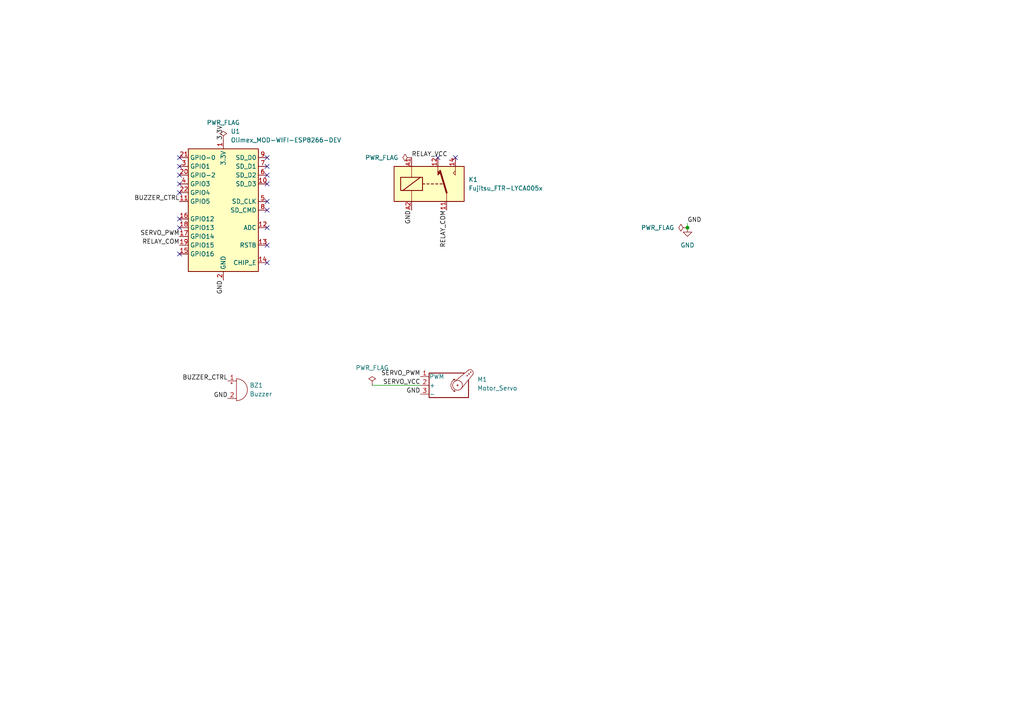
<source format=kicad_sch>
(kicad_sch (version 20250114) (generator "eeschema") (generator_version "9.0")
  (paper "A4")
  (lib_symbols
    (symbol "Device:Buzzer" (pin_names (offset 0.0254) (hide yes))
      (property "Reference" "BZ" (at 3.81 1.27 0))
      (property "Value" "Buzzer" (at 3.81 -1.27 0))
      (symbol "Buzzer_0_1"
        (polyline (pts (xy -1.651 1.905) (xy -1.143 1.905)))
        (polyline (pts (xy -1.397 2.159) (xy -1.397 1.651)))
        (arc (start 0 3.175) (mid 3.1612 0) (end 0 -3.175))
        (polyline (pts (xy 0 3.175) (xy 0 -3.175)))
      )
      (symbol "Buzzer_1_1"
        (pin passive line (at -2.54 2.54 0) (length 2.54) (name "+") (number "1"))
        (pin passive line (at -2.54 -2.54 0) (length 2.54) (name "-") (number "2"))
      )
    )
    (symbol "MCU_Module:Olimex_MOD-WIFI-ESP8266-DEV"
      (property "Reference" "U" (at 1.27 21.59 0))
      (property "Value" "Olimex_MOD-WIFI-ESP8266-DEV" (at 1.27 19.05 0))
      (symbol "Olimex_MOD-WIFI-ESP8266-DEV_0_1"
        (rectangle (start -10.16 17.78) (end 10.16 -17.78) (stroke (width 0.254)) (fill (type background)))
      )
      (symbol "Olimex_MOD-WIFI-ESP8266-DEV_1_1"
        (pin bidirectional line (at -12.7 15.24 0) (length 2.54) (name "GPIO-0") (number "21"))
        (pin bidirectional line (at -12.7 12.7 0) (length 2.54) (name "GPIO1") (number "3"))
        (pin bidirectional line (at -12.7 10.16 0) (length 2.54) (name "GPIO-2") (number "20"))
        (pin bidirectional line (at -12.7 7.62 0) (length 2.54) (name "GPIO3") (number "4"))
        (pin bidirectional line (at -12.7 5.08 0) (length 2.54) (name "GPIO4") (number "22"))
        (pin bidirectional line (at -12.7 2.54 0) (length 2.54) (name "GPIO5") (number "11"))
        (pin bidirectional line (at -12.7 -2.54 0) (length 2.54) (name "GPIO12") (number "16"))
        (pin bidirectional line (at -12.7 -5.08 0) (length 2.54) (name "GPIO13") (number "18"))
        (pin bidirectional line (at -12.7 -7.62 0) (length 2.54) (name "GPIO14") (number "17"))
        (pin bidirectional line (at -12.7 -10.16 0) (length 2.54) (name "GPIO15") (number "19"))
        (pin bidirectional line (at -12.7 -12.7 0) (length 2.54) (name "GPIO16") (number "15"))
        (pin power_in line (at 0 20.32 270) (length 2.54) (name "3.3V") (number "1"))
        (pin power_in line (at 0 -20.32 90) (length 2.54) (name "GND") (number "2"))
        (pin unspecified line (at 12.7 15.24 180) (length 2.54) (name "SD_D0") (number "9"))
        (pin unspecified line (at 12.7 12.7 180) (length 2.54) (name "SD_D1") (number "7"))
        (pin unspecified line (at 12.7 10.16 180) (length 2.54) (name "SD_D2") (number "6"))
        (pin unspecified line (at 12.7 7.62 180) (length 2.54) (name "SD_D3") (number "10"))
        (pin unspecified line (at 12.7 2.54 180) (length 2.54) (name "SD_CLK") (number "5"))
        (pin unspecified line (at 12.7 0 180) (length 2.54) (name "SD_CMD") (number "8"))
        (pin unspecified line (at 12.7 -5.08 180) (length 2.54) (name "ADC") (number "12"))
        (pin input line (at 12.7 -10.16 180) (length 2.54) (name "RSTB") (number "13"))
        (pin unspecified line (at 12.7 -15.24 180) (length 2.54) (name "CHIP_E") (number "14"))
      )
    )
    (symbol "Motor:Motor_Servo" (pin_names (offset 0.0254))
      (property "Reference" "M" (at -5.08 4.445 0))
      (property "Value" "Motor_Servo" (at -5.08 -4.064 0))
      (symbol "Motor_Servo_0_1"
        (polyline (pts (xy 2.413 1.778) (xy 1.905 1.778)))
        (polyline (pts (xy 2.413 1.778) (xy 2.286 1.397)))
        (polyline (pts (xy 2.413 -1.778) (xy 2.032 -1.778)))
        (polyline (pts (xy 2.413 -1.778) (xy 2.286 -1.397)))
        (arc (start 2.413 -1.778) (mid 1.2406 0) (end 2.413 1.778))
        (circle (center 3.175 0) (radius 0.1778))
        (circle (center 3.175 0) (radius 1.4224))
        (polyline (pts (xy 5.08 3.556) (xy -5.08 3.556) (xy -5.08 -3.556) (xy 6.35 -3.556) (xy 6.35 1.524)) (stroke (width 0.254)))
        (circle (center 5.969 2.794) (radius 0.127))
        (polyline (pts (xy 6.35 4.445) (xy 2.54 1.27)))
        (circle (center 6.477 3.302) (radius 0.127))
        (arc (start 6.35 4.445) (mid 7.4487 4.2737) (end 7.62 3.175))
        (circle (center 6.985 3.81) (radius 0.127))
        (polyline (pts (xy 7.62 3.175) (xy 4.191 -1.016)))
      )
      (symbol "Motor_Servo_1_1"
        (pin passive line (at -7.62 2.54 0) (length 2.54) (name "PWM") (number "1"))
        (pin passive line (at -7.62 0 0) (length 2.54) (name "+") (number "2"))
        (pin passive line (at -7.62 -2.54 0) (length 2.54) (name "-") (number "3"))
      )
    )
    (symbol "Relay:Fujitsu_FTR-LYCA005x"
      (property "Reference" "K" (at 11.43 3.81 0))
      (property "Value" "Fujitsu_FTR-LYCA005x" (at 11.43 1.27 0))
      (symbol "Fujitsu_FTR-LYCA005x_0_0"
        (polyline (pts (xy 7.62 5.08) (xy 7.62 2.54) (xy 6.985 3.175) (xy 7.62 3.81)))
      )
      (symbol "Fujitsu_FTR-LYCA005x_0_1"
        (rectangle (start -10.16 5.08) (end 10.16 -5.08) (stroke (width 0.254)) (fill (type background)))
        (rectangle (start -8.255 1.905) (end -1.905 -1.905) (stroke (width 0.254)))
        (polyline (pts (xy -7.62 -1.905) (xy -2.54 1.905)) (stroke (width 0.254)))
        (polyline (pts (xy -5.08 5.08) (xy -5.08 1.905)))
        (polyline (pts (xy -5.08 -5.08) (xy -5.08 -1.905)))
        (polyline (pts (xy -1.905 0) (xy -1.27 0)) (stroke (width 0.254)))
        (polyline (pts (xy -0.635 0) (xy 0 0)) (stroke (width 0.254)))
        (polyline (pts (xy 0.635 0) (xy 1.27 0)) (stroke (width 0.254)))
        (polyline (pts (xy 1.905 0) (xy 2.54 0)) (stroke (width 0.254)))
        (polyline (pts (xy 2.54 5.08) (xy 2.54 2.54) (xy 3.175 3.175) (xy 2.54 3.81)) (fill (type outline)))
        (polyline (pts (xy 3.175 0) (xy 3.81 0)) (stroke (width 0.254)))
        (polyline (pts (xy 5.08 -2.54) (xy 3.175 3.81)) (stroke (width 0.508)))
        (polyline (pts (xy 5.08 -2.54) (xy 5.08 -5.08)))
      )
      (symbol "Fujitsu_FTR-LYCA005x_1_1"
        (pin passive line (at -5.08 7.62 270) (length 2.54) (name "~") (number "A1"))
        (pin passive line (at -5.08 -7.62 90) (length 2.54) (name "~") (number "A2"))
        (pin passive line (at 2.54 7.62 270) (length 2.54) (name "~") (number "12"))
        (pin passive line (at 5.08 -7.62 90) (length 2.54) (name "~") (number "11"))
        (pin passive line (at 7.62 7.62 270) (length 2.54) (name "~") (number "14"))
      )
    )
    (symbol "power:GND" (power) (pin_numbers (hide yes)) (pin_names (offset 0) (hide yes))
      (property "Value" "GND" (at 0 -3.81 0))
      (symbol "GND_0_1"
        (polyline (pts (xy 0 0) (xy 0 -1.27) (xy 1.27 -1.27) (xy 0 -2.54) (xy -1.27 -1.27) (xy 0 -1.27)))
      )
      (symbol "GND_1_1"
        (pin power_in line (at 0 0 270) (length 0) (name "~") (number "1"))
      )
    )
    (symbol "power:PWR_FLAG" (power) (pin_numbers (hide yes)) (pin_names (offset 0) (hide yes))
      (property "Value" "PWR_FLAG" (at 0 3.81 0))
      (symbol "PWR_FLAG_0_0"
        (pin power_out line (at 0 0 90) (length 0) (name "~") (number "1"))
      )
      (symbol "PWR_FLAG_0_1"
        (polyline (pts (xy 0 0) (xy 0 1.27) (xy -1.016 1.905) (xy 0 2.54) (xy 1.016 1.905) (xy 0 1.27)))
      )
    )
  )
  (junction (at 199.39 66.04))
  (no_connect (at 52.07 45.72))
  (no_connect (at 132.08 45.72))
  (no_connect (at 77.47 45.72))
  (no_connect (at 77.47 50.8))
  (no_connect (at 52.07 73.66))
  (no_connect (at 77.47 53.34))
  (no_connect (at 127 45.72))
  (no_connect (at 77.47 58.42))
  (no_connect (at 52.07 63.5))
  (no_connect (at 52.07 66.04))
  (no_connect (at 77.47 60.96))
  (no_connect (at 77.47 76.2))
  (no_connect (at 77.47 66.04))
  (no_connect (at 52.07 55.88))
  (no_connect (at 52.07 50.8))
  (no_connect (at 77.47 71.12))
  (no_connect (at 52.07 53.34))
  (no_connect (at 52.07 48.26))
  (no_connect (at 77.47 48.26))
  (wire (pts (xy 107.95 111.76) (xy 121.92 111.76)))
  (wire (pts (xy 199.39 64.77) (xy 199.39 66.04)))
  (label "RELAY_COM" (at 52.07 71.12 180))
  (label "RELAY_VCC" (at 119.38 45.72 0))
  (label "SERVO_PWM" (at 52.07 68.58 180))
  (label "SERVO_VCC" (at 121.92 111.76 180))
  (label "GND" (at 64.77 81.28 270))
  (label "SERVO_PWM" (at 121.92 109.22 180))
  (label "GND" (at 121.92 114.3 180))
  (label "BUZZER_CTRL" (at 66.04 110.49 180))
  (label "BUZZER_CTRL" (at 52.07 58.42 180))
  (label "GND" (at 199.39 64.77 0))
  (label "3.3V" (at 64.77 40.64 90))
  (label "GND" (at 119.38 60.96 270))
  (label "GND" (at 66.04 115.57 180))
  (label "RELAY_COM" (at 129.54 60.96 270))
  (symbol (lib_id "Motor:Motor_Servo") (at 129.54 111.76 0) (unit 1)
    (property "Reference" "M1" (at 138.43 110.0568 0) (effects (justify left)))
    (property "Value" "Motor_Servo" (at 138.43 112.5968 0) (effects (justify left)))
    (property "Footprint" "Connector_PinHeader_2.54mm:PinHeader_1x03_P2.54mm_Vertical_SMD_Pin1Left" (effects (hide yes)))
    (property "Datasheet" "http://forums.parallax.com/uploads/attachments/46831/74481.png" (effects (hide yes)))
    (property "Description" "Servo Motor (Futaba, HiTec, JR connector)" (effects (hide yes)))
  )
  (symbol (lib_id "power:PWR_FLAG") (at 107.95 111.76 0) (unit 1)
    (property "Reference" "#FLG05" (effects (hide yes)))
    (property "Value" "PWR_FLAG" (at 107.95 106.68 0))
    (property "Description" "Special symbol for telling ERC where power comes from" (effects (hide yes)))
  )
  (symbol (lib_id "Relay:Fujitsu_FTR-LYCA005x") (at 124.46 53.34 0) (unit 1)
    (property "Reference" "K1" (at 135.89 52.0699 0) (effects (justify left)))
    (property "Value" "Fujitsu_FTR-LYCA005x" (at 135.89 54.6099 0) (effects (justify left)))
    (property "Footprint" "Relay_THT:Relay_SPDT_Fujitsu_FTR-LYCA005x_FormC_Vertical" (effects (hide yes)))
    (property "Datasheet" "https://www.fujitsu.com/sg/imagesgig5/ftr-ly.pdf" (effects (hide yes)))
    (property "Description" "Relay, SPDT Form C, vertical mount, 5-60V coil, 6A, 250VAC, 28 x 5 x 15mm" (effects (hide yes)))
  )
  (symbol (lib_id "power:PWR_FLAG") (at 64.77 40.64 0) (unit 1)
    (property "Reference" "#FLG01" (effects (hide yes)))
    (property "Value" "PWR_FLAG" (at 64.77 35.56 0))
    (property "Description" "Special symbol for telling ERC where power comes from" (effects (hide yes)))
  )
  (symbol (lib_id "MCU_Module:Olimex_MOD-WIFI-ESP8266-DEV") (at 64.77 60.96 0) (unit 1)
    (property "Reference" "U1" (at 66.9133 38.1 0) (effects (justify left)))
    (property "Value" "Olimex_MOD-WIFI-ESP8266-DEV" (at 66.9133 40.64 0) (effects (justify left)))
    (property "Footprint" "Module:Olimex_MOD-WIFI-ESP8266-DEV" (effects (hide yes)))
    (property "Datasheet" "https://raw.githubusercontent.com/OLIMEX/ESP8266/master/HARDWARE/MOD-WIFI-ESP8266-DEV/MOD-WiFi-ESP8266-DEV%20revision%20B2/MOD-WiFi-ESP8266-DEV_Rev_B2.pdf" (effects (hide yes)))
    (property "Description" "ESP8266 development board" (effects (hide yes)))
  )
  (symbol (lib_id "power:PWR_FLAG") (at 199.39 66.04 90) (unit 1)
    (property "Reference" "#FLG04" (effects (hide yes)))
    (property "Value" "PWR_FLAG" (at 195.58 66.0399 90) (effects (justify left)))
    (property "Description" "Special symbol for telling ERC where power comes from" (effects (hide yes)))
  )
  (symbol (lib_id "power:GND") (at 199.39 66.04 0) (unit 1)
    (property "Reference" "#PWR03" (effects (hide yes)))
    (property "Value" "GND" (at 199.39 71.12 0))
    (property "Description" "Power symbol creates a global label with name \"GND\" , ground" (effects (hide yes)))
  )
  (symbol (lib_id "power:PWR_FLAG") (at 119.38 45.72 90) (unit 1)
    (property "Reference" "#FLG02" (effects (hide yes)))
    (property "Value" "PWR_FLAG" (at 115.57 45.7199 90) (effects (justify left)))
    (property "Description" "Special symbol for telling ERC where power comes from" (effects (hide yes)))
  )
  (symbol (lib_id "Device:Buzzer") (at 68.58 113.03 0) (unit 1)
    (property "Reference" "BZ1" (at 72.39 111.7599 0) (effects (justify left)))
    (property "Value" "Buzzer" (at 72.39 114.2999 0) (effects (justify left)))
    (property "Footprint" "Buzzer_Beeper:Buzzer_12x9.5RM7.6" (effects (hide yes)))
    (property "Description" "Buzzer, polarized" (effects (hide yes)))
  )
)
</source>
